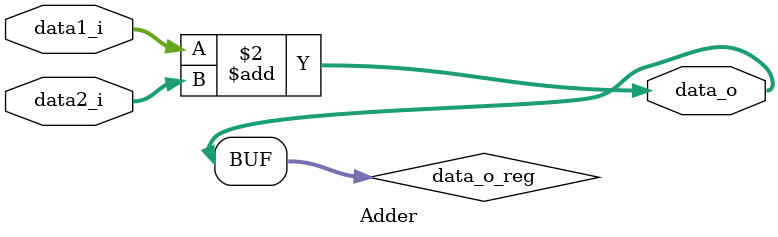
<source format=v>
module Adder(data1_i, data2_i, data_o);
input [31:0] data1_i, data2_i;
output [31:0] data_o;

reg [31:0] data_o_reg;
always@(*)
begin
    data_o_reg = data1_i + data2_i;
end
assign data_o = data_o_reg;

endmodule

</source>
